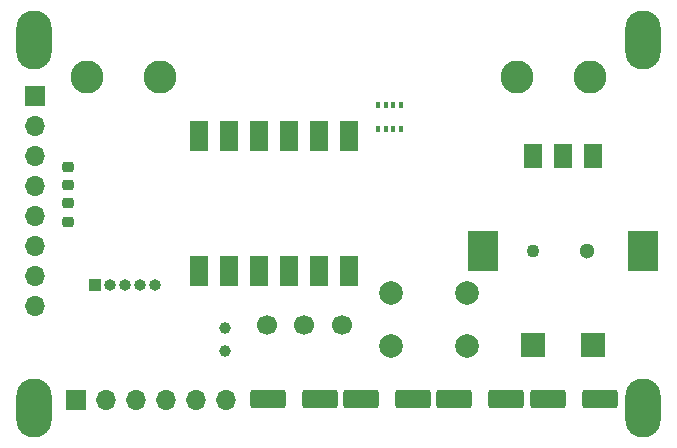
<source format=gbr>
%TF.GenerationSoftware,KiCad,Pcbnew,6.0.2-1.fc35*%
%TF.CreationDate,2022-05-07T18:41:25+02:00*%
%TF.ProjectId,LEDnode,4c45446e-6f64-4652-9e6b-696361645f70,rev?*%
%TF.SameCoordinates,Original*%
%TF.FileFunction,Soldermask,Top*%
%TF.FilePolarity,Negative*%
%FSLAX46Y46*%
G04 Gerber Fmt 4.6, Leading zero omitted, Abs format (unit mm)*
G04 Created by KiCad (PCBNEW 6.0.2-1.fc35) date 2022-05-07 18:41:25*
%MOMM*%
%LPD*%
G01*
G04 APERTURE LIST*
G04 Aperture macros list*
%AMRoundRect*
0 Rectangle with rounded corners*
0 $1 Rounding radius*
0 $2 $3 $4 $5 $6 $7 $8 $9 X,Y pos of 4 corners*
0 Add a 4 corners polygon primitive as box body*
4,1,4,$2,$3,$4,$5,$6,$7,$8,$9,$2,$3,0*
0 Add four circle primitives for the rounded corners*
1,1,$1+$1,$2,$3*
1,1,$1+$1,$4,$5*
1,1,$1+$1,$6,$7*
1,1,$1+$1,$8,$9*
0 Add four rect primitives between the rounded corners*
20,1,$1+$1,$2,$3,$4,$5,0*
20,1,$1+$1,$4,$5,$6,$7,0*
20,1,$1+$1,$6,$7,$8,$9,0*
20,1,$1+$1,$8,$9,$2,$3,0*%
G04 Aperture macros list end*
%ADD10C,2.000000*%
%ADD11RoundRect,0.250000X1.250000X0.550000X-1.250000X0.550000X-1.250000X-0.550000X1.250000X-0.550000X0*%
%ADD12C,2.800000*%
%ADD13C,1.100000*%
%ADD14R,2.500000X3.500000*%
%ADD15C,1.300000*%
%ADD16R,1.500000X2.000000*%
%ADD17R,2.000000X2.000000*%
%ADD18RoundRect,1.500000X0.000000X-1.000000X0.000000X-1.000000X0.000000X1.000000X0.000000X1.000000X0*%
%ADD19R,1.700000X1.700000*%
%ADD20O,1.700000X1.700000*%
%ADD21C,1.700000*%
%ADD22R,1.500000X2.500000*%
%ADD23C,1.000000*%
%ADD24R,1.000000X1.000000*%
%ADD25O,1.000000X1.000000*%
%ADD26RoundRect,0.218750X0.256250X-0.218750X0.256250X0.218750X-0.256250X0.218750X-0.256250X-0.218750X0*%
%ADD27R,0.350000X0.500000*%
G04 APERTURE END LIST*
D10*
%TO.C,SW3*%
X114900000Y-97100000D03*
X108400000Y-97100000D03*
X114900000Y-92600000D03*
X108400000Y-92600000D03*
%TD*%
D11*
%TO.C,C22*%
X102400000Y-101550000D03*
X98000000Y-101550000D03*
%TD*%
%TO.C,C21*%
X110300000Y-101550000D03*
X105900000Y-101550000D03*
%TD*%
D12*
%TO.C,J1*%
X82700000Y-74250000D03*
X88900000Y-74250000D03*
X119100000Y-74250000D03*
X125300000Y-74250000D03*
%TD*%
D13*
%TO.C,SW1*%
X120500000Y-89000000D03*
D14*
X116250000Y-89000000D03*
D15*
X125000000Y-89000000D03*
D14*
X129750000Y-89000000D03*
D16*
X125500000Y-81000000D03*
X120500000Y-81000000D03*
X123000000Y-81000000D03*
D17*
X125500000Y-97000000D03*
X120500000Y-97000000D03*
%TD*%
D18*
%TO.C,H4*%
X78200000Y-71200000D03*
%TD*%
D11*
%TO.C,C5*%
X126100000Y-101570000D03*
X121700000Y-101570000D03*
%TD*%
D19*
%TO.C,J3*%
X81750000Y-101650000D03*
D20*
X84290000Y-101650000D03*
X86830000Y-101650000D03*
X89370000Y-101650000D03*
X91910000Y-101650000D03*
X94450000Y-101650000D03*
%TD*%
D18*
%TO.C,H3*%
X129800000Y-102300000D03*
%TD*%
D21*
%TO.C,SW2*%
X97900000Y-95300000D03*
X101100000Y-95300000D03*
X104300000Y-95300000D03*
%TD*%
D11*
%TO.C,C2*%
X118200000Y-101570000D03*
X113800000Y-101570000D03*
%TD*%
D18*
%TO.C,H1*%
X129800000Y-71200000D03*
%TD*%
D19*
%TO.C,J4*%
X78300000Y-75900000D03*
D20*
X78300000Y-78440000D03*
X78300000Y-80980000D03*
X78300000Y-83520000D03*
X78300000Y-86060000D03*
X78300000Y-88600000D03*
X78300000Y-91140000D03*
X78300000Y-93680000D03*
%TD*%
D22*
%TO.C,U2*%
X92150000Y-90715000D03*
X94690000Y-90715000D03*
X97230000Y-90715000D03*
X99770000Y-90715000D03*
X102310000Y-90715000D03*
X104850000Y-90715000D03*
X104850000Y-79285000D03*
X102310000Y-79285000D03*
X99770000Y-79285000D03*
X97230000Y-79285000D03*
X94690000Y-79285000D03*
X92150000Y-79285000D03*
%TD*%
D23*
%TO.C,Y1*%
X94400000Y-95550000D03*
X94400000Y-97450000D03*
%TD*%
D24*
%TO.C,J2*%
X83350000Y-91900000D03*
D25*
X84620000Y-91900000D03*
X85890000Y-91900000D03*
X87160000Y-91900000D03*
X88430000Y-91900000D03*
%TD*%
D26*
%TO.C,D3*%
X81100000Y-83475000D03*
X81100000Y-81900000D03*
%TD*%
D27*
%TO.C,U5*%
X107337011Y-76650000D03*
X107987011Y-76650000D03*
X108637011Y-76650000D03*
X109287011Y-76650000D03*
X109287011Y-78700000D03*
X108637011Y-78700000D03*
X107987011Y-78700000D03*
X107337011Y-78700000D03*
%TD*%
D18*
%TO.C,H2*%
X78200000Y-102300000D03*
%TD*%
D26*
%TO.C,D2*%
X81100000Y-86575000D03*
X81100000Y-85000000D03*
%TD*%
M02*

</source>
